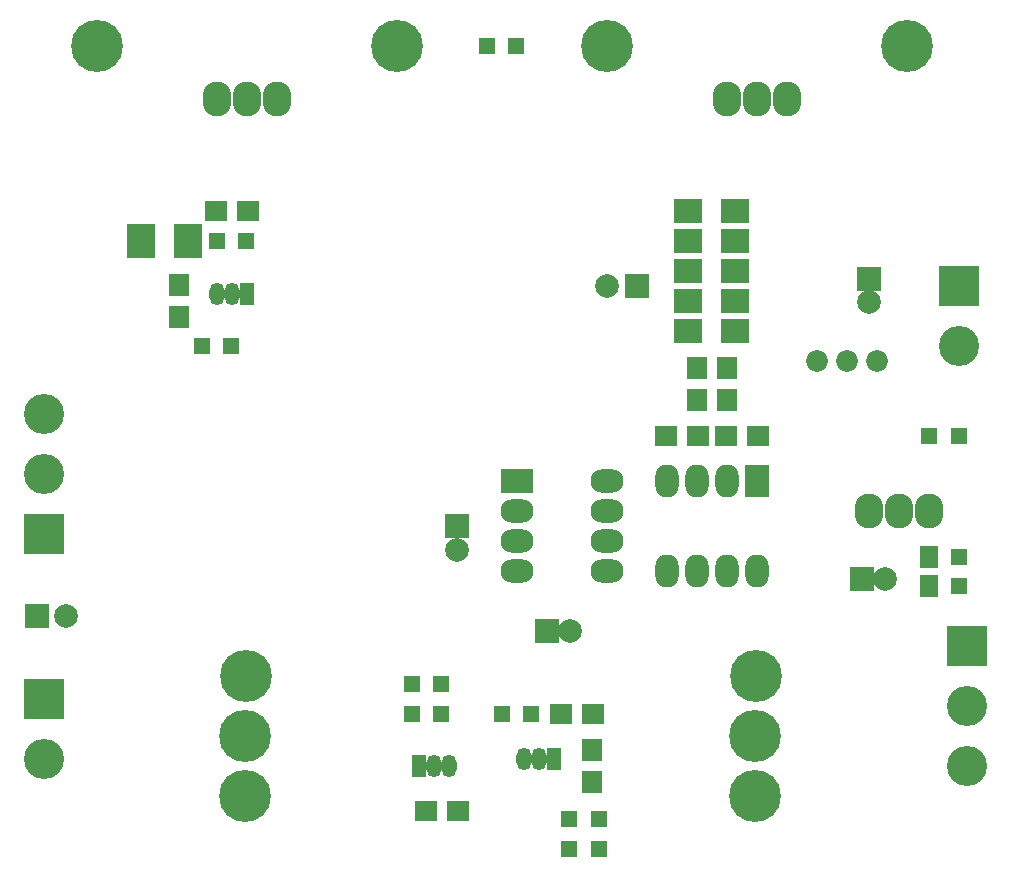
<source format=gts>
G04 #@! TF.FileFunction,Soldermask,Top*
%FSLAX46Y46*%
G04 Gerber Fmt 4.6, Leading zero omitted, Abs format (unit mm)*
G04 Created by KiCad (PCBNEW 4.0.5) date Sat Mar 18 13:09:48 2017*
%MOMM*%
%LPD*%
G01*
G04 APERTURE LIST*
%ADD10C,0.100000*%
%ADD11R,2.000000X2.000000*%
%ADD12C,2.000000*%
%ADD13R,2.400000X2.900000*%
%ADD14R,1.650000X1.900000*%
%ADD15R,1.400000X1.400000*%
%ADD16C,4.400000*%
%ADD17R,3.400000X3.400000*%
%ADD18C,3.400000*%
%ADD19R,1.900000X1.700000*%
%ADD20R,1.700000X1.900000*%
%ADD21C,1.840000*%
%ADD22R,2.000000X2.800000*%
%ADD23O,2.000000X2.800000*%
%ADD24O,2.432000X2.940000*%
%ADD25O,1.299160X1.901140*%
%ADD26R,1.299160X1.901140*%
%ADD27R,2.800000X2.000000*%
%ADD28O,2.800000X2.000000*%
%ADD29R,2.400000X2.100000*%
G04 APERTURE END LIST*
D10*
D11*
X202565000Y-90805000D03*
D12*
X202565000Y-92805000D03*
D11*
X132080000Y-119380000D03*
D12*
X134580000Y-119380000D03*
D11*
X182880000Y-91440000D03*
D12*
X180380000Y-91440000D03*
D13*
X144875000Y-87630000D03*
X140875000Y-87630000D03*
D11*
X167640000Y-111760000D03*
D12*
X167640000Y-113760000D03*
D11*
X175260000Y-120650000D03*
D12*
X177260000Y-120650000D03*
D11*
X201930000Y-116205000D03*
D12*
X203930000Y-116205000D03*
D14*
X207645000Y-114320000D03*
X207645000Y-116820000D03*
D15*
X172700000Y-71120000D03*
X170200000Y-71120000D03*
X149840000Y-87630000D03*
X147340000Y-87630000D03*
X148570000Y-96520000D03*
X146070000Y-96520000D03*
X177185000Y-139065000D03*
X179685000Y-139065000D03*
X177185000Y-136525000D03*
X179685000Y-136525000D03*
X163850000Y-127635000D03*
X166350000Y-127635000D03*
X166350000Y-125095000D03*
X163850000Y-125095000D03*
X173970000Y-127635000D03*
X171470000Y-127635000D03*
X210185000Y-116820000D03*
X210185000Y-114320000D03*
X207665000Y-104140000D03*
X210165000Y-104140000D03*
D16*
X180340000Y-71120000D03*
X205740000Y-71120000D03*
X137160000Y-71120000D03*
X162560000Y-71120000D03*
D17*
X210185000Y-91440000D03*
D18*
X210185000Y-96520000D03*
D17*
X132715000Y-126365000D03*
D18*
X132715000Y-131445000D03*
D17*
X132715000Y-112395000D03*
D18*
X132715000Y-107315000D03*
X132715000Y-102235000D03*
D17*
X210820000Y-121920000D03*
D18*
X210820000Y-127000000D03*
X210820000Y-132080000D03*
D19*
X193120000Y-104140000D03*
X190420000Y-104140000D03*
X188040000Y-104140000D03*
X185340000Y-104140000D03*
D20*
X190500000Y-101045000D03*
X190500000Y-98345000D03*
X187960000Y-101045000D03*
X187960000Y-98345000D03*
D19*
X149940000Y-85090000D03*
X147240000Y-85090000D03*
D20*
X144145000Y-91360000D03*
X144145000Y-94060000D03*
X179070000Y-133430000D03*
X179070000Y-130730000D03*
D19*
X165020000Y-135890000D03*
X167720000Y-135890000D03*
X179150000Y-127635000D03*
X176450000Y-127635000D03*
D21*
X198120000Y-97790000D03*
X200660000Y-97790000D03*
X203200000Y-97790000D03*
D16*
X192925000Y-134610000D03*
X192935000Y-129520000D03*
X192945000Y-124460000D03*
X149745000Y-134610000D03*
X149755000Y-129520000D03*
X149765000Y-124460000D03*
D22*
X193040000Y-107950000D03*
D23*
X185420000Y-115570000D03*
X190500000Y-107950000D03*
X187960000Y-115570000D03*
X187960000Y-107950000D03*
X190500000Y-115570000D03*
X185420000Y-107950000D03*
X193040000Y-115570000D03*
D24*
X193040000Y-75565000D03*
X195580000Y-75565000D03*
X190500000Y-75565000D03*
X149860000Y-75565000D03*
X152400000Y-75565000D03*
X147320000Y-75565000D03*
D25*
X148590000Y-92075000D03*
X147320000Y-92075000D03*
D26*
X149860000Y-92075000D03*
D25*
X174625000Y-131445000D03*
X173355000Y-131445000D03*
D26*
X175895000Y-131445000D03*
D25*
X165735000Y-132080000D03*
X167005000Y-132080000D03*
D26*
X164465000Y-132080000D03*
D27*
X172720000Y-107950000D03*
D28*
X180340000Y-115570000D03*
X172720000Y-110490000D03*
X180340000Y-113030000D03*
X172720000Y-113030000D03*
X180340000Y-110490000D03*
X172720000Y-115570000D03*
X180340000Y-107950000D03*
D24*
X205105000Y-110490000D03*
X207645000Y-110490000D03*
X202565000Y-110490000D03*
D29*
X187230000Y-85090000D03*
X191230000Y-85090000D03*
X187230000Y-87630000D03*
X191230000Y-87630000D03*
X187230000Y-90170000D03*
X191230000Y-90170000D03*
X187230000Y-92710000D03*
X191230000Y-92710000D03*
X187230000Y-95250000D03*
X191230000Y-95250000D03*
M02*

</source>
